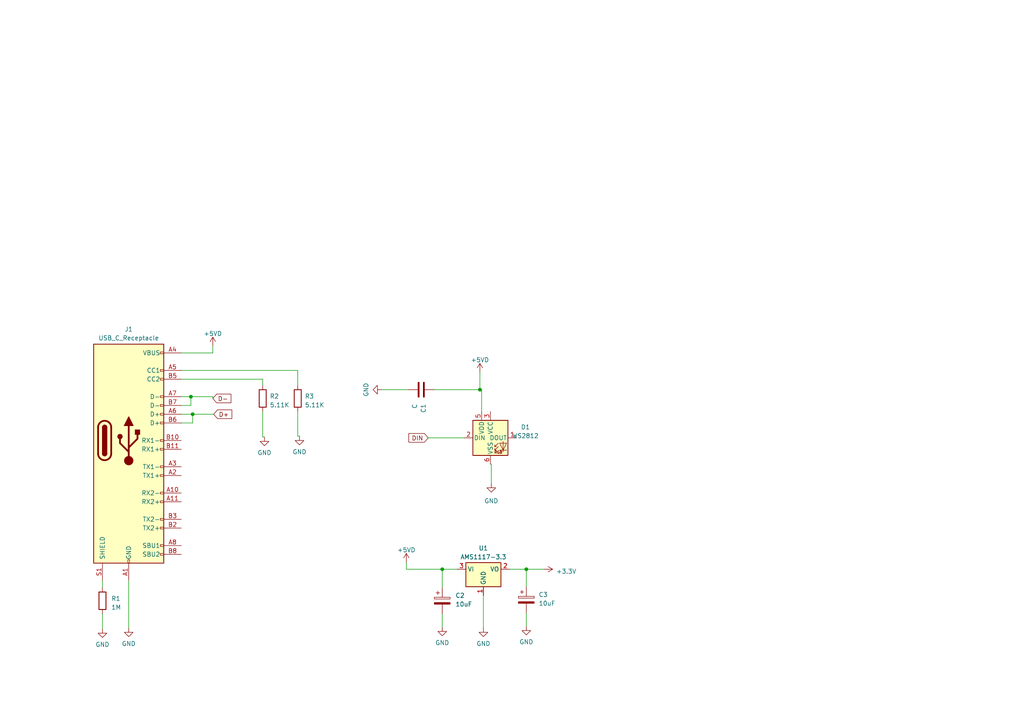
<source format=kicad_sch>
(kicad_sch (version 20230121) (generator eeschema)
  (paper "A4")
  (lib_symbols
    (symbol "Connector:USB_C_Receptacle" (pin_names (offset 1.016))
      (property "Reference" "J" (at -10.16 29.21 0))
      (property "Value" "USB_C_Receptacle" (at 10.16 29.21 0))
      (symbol "USB_C_Receptacle_0_0"
        (rectangle (start -0.254 -35.56) (end 0.254 -34.544))
        (rectangle (start 10.16 -32.766) (end 9.144 -33.274))
        (rectangle (start 10.16 -30.226) (end 9.144 -30.734))
        (rectangle (start 10.16 -25.146) (end 9.144 -25.654))
        (rectangle (start 10.16 -22.606) (end 9.144 -23.114))
        (rectangle (start 10.16 -17.526) (end 9.144 -18.034))
        (rectangle (start 10.16 -14.986) (end 9.144 -15.494))
        (rectangle (start 10.16 -9.906) (end 9.144 -10.414))
        (rectangle (start 10.16 -7.366) (end 9.144 -7.874))
        (rectangle (start 10.16 -2.286) (end 9.144 -2.794))
        (rectangle (start 10.16 0.254) (end 9.144 -0.254))
        (rectangle (start 10.16 5.334) (end 9.144 4.826))
        (rectangle (start 10.16 7.874) (end 9.144 7.366))
        (rectangle (start 10.16 10.414) (end 9.144 9.906))
        (rectangle (start 10.16 12.954) (end 9.144 12.446))
        (rectangle (start 10.16 18.034) (end 9.144 17.526))
        (rectangle (start 10.16 20.574) (end 9.144 20.066))
        (rectangle (start 10.16 25.654) (end 9.144 25.146))
      )
      (symbol "USB_C_Receptacle_0_1"
        (rectangle (start -10.16 27.94) (end 10.16 -35.56) (stroke (width 0.254)) (fill (type background)))
        (arc (start -8.89 -3.81) (mid -6.985 -5.7067) (end -5.08 -3.81) (stroke (width 0.508)))
        (arc (start -7.62 -3.81) (mid -6.985 -4.4423) (end -6.35 -3.81) (stroke (width 0.254)))
        (arc (start -7.62 -3.81) (mid -6.985 -4.4423) (end -6.35 -3.81) (stroke (width 0.254)) (fill (type outline)))
        (rectangle (start -7.62 -3.81) (end -6.35 3.81) (stroke (width 0.254)) (fill (type outline)))
        (arc (start -6.35 3.81) (mid -6.985 4.4423) (end -7.62 3.81) (stroke (width 0.254)))
        (arc (start -6.35 3.81) (mid -6.985 4.4423) (end -7.62 3.81) (stroke (width 0.254)) (fill (type outline)))
        (arc (start -5.08 3.81) (mid -6.985 5.7067) (end -8.89 3.81) (stroke (width 0.508)))
        (polyline (pts (xy -8.89 -3.81) (xy -8.89 3.81)) (stroke (width 0.508)))
        (polyline (pts (xy -5.08 3.81) (xy -5.08 -3.81)) (stroke (width 0.508)))
      )
      (symbol "USB_C_Receptacle_1_1"
        (circle (center -2.54 1.143) (radius 0.635) (stroke (width 0.254)) (fill (type outline)))
        (circle (center 0 -5.842) (radius 1.27) (fill (type outline)))
        (polyline (pts (xy 0 -5.842) (xy 0 4.318)) (stroke (width 0.508)))
        (polyline (pts (xy 0 -3.302) (xy -2.54 -0.762) (xy -2.54 0.508)) (stroke (width 0.508)))
        (polyline (pts (xy 0 -2.032) (xy 2.54 0.508) (xy 2.54 1.778)) (stroke (width 0.508)))
        (polyline (pts (xy -1.27 4.318) (xy 0 6.858) (xy 1.27 4.318) (xy -1.27 4.318)) (stroke (width 0.254)) (fill (type outline)))
        (rectangle (start 1.905 1.778) (end 3.175 3.048) (stroke (width 0.254)) (fill (type outline)))
        (pin passive line (at 0 -40.64 90) (length 5.08) (name "GND") (number "A1"))
        (pin bidirectional line (at 15.24 -15.24 180) (length 5.08) (name "RX2-") (number "A10"))
        (pin bidirectional line (at 15.24 -17.78 180) (length 5.08) (name "RX2+") (number "A11"))
        (pin passive line (at 0 -40.64 90) (length 5.08) hide (name "GND") (number "A12"))
        (pin bidirectional line (at 15.24 -10.16 180) (length 5.08) (name "TX1+") (number "A2"))
        (pin bidirectional line (at 15.24 -7.62 180) (length 5.08) (name "TX1-") (number "A3"))
        (pin passive line (at 15.24 25.4 180) (length 5.08) (name "VBUS") (number "A4"))
        (pin bidirectional line (at 15.24 20.32 180) (length 5.08) (name "CC1") (number "A5"))
        (pin bidirectional line (at 15.24 7.62 180) (length 5.08) (name "D+") (number "A6"))
        (pin bidirectional line (at 15.24 12.7 180) (length 5.08) (name "D-") (number "A7"))
        (pin bidirectional line (at 15.24 -30.48 180) (length 5.08) (name "SBU1") (number "A8"))
        (pin passive line (at 15.24 25.4 180) (length 5.08) hide (name "VBUS") (number "A9"))
        (pin passive line (at 0 -40.64 90) (length 5.08) hide (name "GND") (number "B1"))
        (pin bidirectional line (at 15.24 0 180) (length 5.08) (name "RX1-") (number "B10"))
        (pin bidirectional line (at 15.24 -2.54 180) (length 5.08) (name "RX1+") (number "B11"))
        (pin passive line (at 0 -40.64 90) (length 5.08) hide (name "GND") (number "B12"))
        (pin bidirectional line (at 15.24 -25.4 180) (length 5.08) (name "TX2+") (number "B2"))
        (pin bidirectional line (at 15.24 -22.86 180) (length 5.08) (name "TX2-") (number "B3"))
        (pin passive line (at 15.24 25.4 180) (length 5.08) hide (name "VBUS") (number "B4"))
        (pin bidirectional line (at 15.24 17.78 180) (length 5.08) (name "CC2") (number "B5"))
        (pin bidirectional line (at 15.24 5.08 180) (length 5.08) (name "D+") (number "B6"))
        (pin bidirectional line (at 15.24 10.16 180) (length 5.08) (name "D-") (number "B7"))
        (pin bidirectional line (at 15.24 -33.02 180) (length 5.08) (name "SBU2") (number "B8"))
        (pin passive line (at 15.24 25.4 180) (length 5.08) hide (name "VBUS") (number "B9"))
        (pin passive line (at -7.62 -40.64 90) (length 5.08) (name "SHIELD") (number "S1"))
      )
    )
    (symbol "Device:C" (pin_numbers hide) (pin_names (offset 0.254))
      (property "Reference" "C" (at 0.635 2.54 0))
      (property "Value" "C" (at 0.635 -2.54 0))
      (symbol "C_0_1"
        (polyline (pts (xy -2.032 -0.762) (xy 2.032 -0.762)) (stroke (width 0.508)))
        (polyline (pts (xy -2.032 0.762) (xy 2.032 0.762)) (stroke (width 0.508)))
      )
      (symbol "C_1_1"
        (pin passive line (at 0 3.81 270) (length 2.794) (name "~") (number "1"))
        (pin passive line (at 0 -3.81 90) (length 2.794) (name "~") (number "2"))
      )
    )
    (symbol "Device:C_Polarized" (pin_numbers hide) (pin_names (offset 0.254))
      (property "Reference" "C" (at 0.635 2.54 0))
      (property "Value" "C_Polarized" (at 0.635 -2.54 0))
      (symbol "C_Polarized_0_1"
        (rectangle (start -2.286 0.508) (end 2.286 1.016))
        (polyline (pts (xy -1.778 2.286) (xy -0.762 2.286)))
        (polyline (pts (xy -1.27 2.794) (xy -1.27 1.778)))
        (rectangle (start 2.286 -0.508) (end -2.286 -1.016) (fill (type outline)))
      )
      (symbol "C_Polarized_1_1"
        (pin passive line (at 0 3.81 270) (length 2.794) (name "~") (number "1"))
        (pin passive line (at 0 -3.81 90) (length 2.794) (name "~") (number "2"))
      )
    )
    (symbol "Device:R" (pin_numbers hide) (pin_names (offset 0))
      (property "Reference" "R" (at 2.032 0 90))
      (property "Value" "R" (at 0 0 90))
      (symbol "R_0_1"
        (rectangle (start -1.016 -2.54) (end 1.016 2.54) (stroke (width 0.254)))
      )
      (symbol "R_1_1"
        (pin passive line (at 0 3.81 270) (length 1.27) (name "~") (number "1"))
        (pin passive line (at 0 -3.81 90) (length 1.27) (name "~") (number "2"))
      )
    )
    (symbol "LED:WS2812" (pin_names (offset 0.254))
      (property "Reference" "D" (at 5.08 5.715 0))
      (property "Value" "WS2812" (at 1.27 -5.715 0))
      (symbol "WS2812_0_0"
        (text "RGB" (at 2.286 -4.191 0) (effects (font (size 0.762 0.762))))
      )
      (symbol "WS2812_0_1"
        (polyline (pts (xy 1.27 -3.556) (xy 1.778 -3.556)))
        (polyline (pts (xy 1.27 -2.54) (xy 1.778 -2.54)))
        (polyline (pts (xy 4.699 -3.556) (xy 2.667 -3.556)))
        (polyline (pts (xy 2.286 -2.54) (xy 1.27 -3.556) (xy 1.27 -3.048)))
        (polyline (pts (xy 2.286 -1.524) (xy 1.27 -2.54) (xy 1.27 -2.032)))
        (polyline (pts (xy 3.683 -1.016) (xy 3.683 -3.556) (xy 3.683 -4.064)))
        (polyline (pts (xy 4.699 -1.524) (xy 2.667 -1.524) (xy 3.683 -3.556) (xy 4.699 -1.524)))
        (rectangle (start 5.08 5.08) (end -5.08 -5.08) (stroke (width 0.254)) (fill (type background)))
      )
      (symbol "WS2812_1_1"
        (pin output line (at 7.62 0 180) (length 2.54) (name "DOUT") (number "1"))
        (pin input line (at -7.62 0 0) (length 2.54) (name "DIN") (number "2"))
        (pin power_in line (at 0 7.62 270) (length 2.54) (name "VCC") (number "3"))
        (pin no_connect line (at 5.08 2.54 180) (length 2.54) hide (name "NC") (number "4"))
        (pin power_in line (at -2.54 7.62 270) (length 2.54) (name "VDD") (number "5"))
        (pin power_in line (at 0 -7.62 90) (length 2.54) (name "VSS") (number "6"))
      )
    )
    (symbol "Regulator_Linear:AMS1117-3.3"
      (property "Reference" "U" (at -3.81 3.175 0))
      (property "Value" "AMS1117-3.3" (at 0 3.175 0))
      (symbol "AMS1117-3.3_0_1"
        (rectangle (start -5.08 -5.08) (end 5.08 1.905) (stroke (width 0.254)) (fill (type background)))
      )
      (symbol "AMS1117-3.3_1_1"
        (pin power_in line (at 0 -7.62 90) (length 2.54) (name "GND") (number "1"))
        (pin power_out line (at 7.62 0 180) (length 2.54) (name "VO") (number "2"))
        (pin power_in line (at -7.62 0 0) (length 2.54) (name "VI") (number "3"))
      )
    )
    (symbol "power:+3.3V" (power) (pin_names (offset 0))
      (property "Value" "+3.3V" (at 0 3.556 0))
      (symbol "+3.3V_0_1"
        (polyline (pts (xy -0.762 1.27) (xy 0 2.54)))
        (polyline (pts (xy 0 0) (xy 0 2.54)))
        (polyline (pts (xy 0 2.54) (xy 0.762 1.27)))
      )
      (symbol "+3.3V_1_1"
        (pin power_in line (at 0 0 90) (length 0) hide (name "+3.3V") (number "1"))
      )
    )
    (symbol "power:+5VD" (power) (pin_names (offset 0))
      (property "Value" "+5VD" (at 0 3.556 0))
      (symbol "+5VD_0_1"
        (polyline (pts (xy -0.762 1.27) (xy 0 2.54)))
        (polyline (pts (xy 0 0) (xy 0 2.54)))
        (polyline (pts (xy 0 2.54) (xy 0.762 1.27)))
      )
      (symbol "+5VD_1_1"
        (pin power_in line (at 0 0 90) (length 0) hide (name "+5VD") (number "1"))
      )
    )
    (symbol "power:GND" (power) (pin_names (offset 0))
      (property "Value" "GND" (at 0 -3.81 0))
      (symbol "GND_0_1"
        (polyline (pts (xy 0 0) (xy 0 -1.27) (xy 1.27 -1.27) (xy 0 -2.54) (xy -1.27 -1.27) (xy 0 -1.27)))
      )
      (symbol "GND_1_1"
        (pin power_in line (at 0 0 270) (length 0) hide (name "GND") (number "1"))
      )
    )
  )
  (junction (at 55.372 115.062))
  (junction (at 152.654 165.1))
  (junction (at 139.192 113.03))
  (junction (at 55.88 120.142))
  (junction (at 128.27 165.1))
  (wire (pts (xy 128.27 178.054) (xy 128.27 181.864)))
  (wire (pts (xy 29.718 168.402) (xy 29.718 170.434)))
  (wire (pts (xy 86.36 107.442) (xy 86.36 111.76)))
  (wire (pts (xy 147.828 165.1) (xy 152.654 165.1)))
  (wire (pts (xy 52.578 109.982) (xy 76.2 109.982)))
  (wire (pts (xy 61.722 102.362) (xy 61.722 100.33)))
  (wire (pts (xy 52.578 122.682) (xy 55.88 122.682)))
  (wire (pts (xy 86.36 126.492) (xy 86.868 126.492)))
  (wire (pts (xy 152.654 177.8) (xy 152.654 181.61)))
  (wire (pts (xy 55.88 120.142) (xy 61.976 120.142)))
  (wire (pts (xy 139.7 113.03) (xy 139.192 113.03)))
  (wire (pts (xy 152.654 165.1) (xy 157.734 165.1)))
  (wire (pts (xy 128.27 165.1) (xy 117.856 165.1)))
  (wire (pts (xy 76.2 109.982) (xy 76.2 111.76)))
  (wire (pts (xy 152.654 165.1) (xy 152.654 170.18)))
  (wire (pts (xy 139.192 113.03) (xy 139.192 107.95)))
  (wire (pts (xy 37.338 168.402) (xy 37.338 182.118)))
  (wire (pts (xy 132.588 165.1) (xy 128.27 165.1)))
  (wire (pts (xy 142.494 134.62) (xy 142.494 140.208)))
  (wire (pts (xy 139.7 119.38) (xy 139.7 113.03)))
  (wire (pts (xy 140.208 172.72) (xy 140.208 182.118)))
  (wire (pts (xy 52.578 117.602) (xy 55.372 117.602)))
  (wire (pts (xy 125.984 113.03) (xy 139.192 113.03)))
  (wire (pts (xy 128.27 165.1) (xy 128.27 170.434)))
  (wire (pts (xy 52.578 120.142) (xy 55.88 120.142)))
  (wire (pts (xy 55.372 117.602) (xy 55.372 115.062)))
  (wire (pts (xy 86.36 119.38) (xy 86.36 126.492)))
  (wire (pts (xy 118.364 113.03) (xy 110.744 113.03)))
  (wire (pts (xy 76.2 119.38) (xy 76.2 126.746)))
  (wire (pts (xy 55.88 122.682) (xy 55.88 120.142)))
  (wire (pts (xy 52.578 107.442) (xy 86.36 107.442)))
  (wire (pts (xy 61.722 115.062) (xy 61.722 115.57)))
  (wire (pts (xy 29.718 178.054) (xy 29.718 182.372)))
  (wire (pts (xy 52.578 102.362) (xy 61.722 102.362)))
  (wire (pts (xy 134.62 127) (xy 124.206 127)))
  (wire (pts (xy 55.372 115.062) (xy 61.722 115.062)))
  (wire (pts (xy 76.2 126.746) (xy 76.708 126.746)))
  (wire (pts (xy 52.578 115.062) (xy 55.372 115.062)))
  (wire (pts (xy 117.856 165.1) (xy 117.856 163.068)))
  (wire (pts (xy 142.24 134.62) (xy 142.494 134.62)))
  (global_label "D-" (shape input) (at 61.722 115.57 0) (property "Intersheetrefs" "${INTERSHEET_REFS}" (effects hide)))
  (global_label "DIN" (shape input) (at 124.206 127 180) (property "Intersheetrefs" "${INTERSHEET_REFS}" (effects hide)))
  (global_label "D+" (shape input) (at 61.976 120.142 0) (property "Intersheetrefs" "${INTERSHEET_REFS}" (effects hide)))
  (symbol (lib_id "LED:WS2812") (at 142.24 127 0) (unit 1)
    (property "Reference" "D1" (at 152.4 123.8759 0))
    (property "Value" "WS2812" (at 152.4 126.4159 0))
    (property "Footprint" "LED_SMD:LED_WS2812_PLCC6_5.0x5.0mm_P1.6mm" (effects hide))
    (property "Datasheet" "https://cdn-shop.adafruit.com/datasheets/WS2812.pdf" (effects hide))
  )
  (symbol (lib_id "power:+5VD") (at 117.856 163.068 0) (unit 1)
    (property "Reference" "#PWR07" (effects hide))
    (property "Value" "+5VD" (at 117.856 159.512 0))
  )
  (symbol (lib_id "power:+5VD") (at 139.192 107.95 0) (unit 1)
    (property "Reference" "#PWR09" (effects hide))
    (property "Value" "+5VD" (at 139.192 104.394 0))
  )
  (symbol (lib_id "power:+5VD") (at 61.722 100.33 0) (unit 1)
    (property "Reference" "#PWR03" (effects hide))
    (property "Value" "+5VD" (at 61.722 96.774 0))
  )
  (symbol (lib_id "power:GND") (at 152.654 181.61 0) (unit 1)
    (property "Reference" "#PWR012" (effects hide))
    (property "Value" "GND" (at 152.654 186.182 0))
  )
  (symbol (lib_id "power:GND") (at 142.494 140.208 0) (unit 1)
    (property "Reference" "#PWR011" (effects hide))
    (property "Value" "GND" (at 142.494 145.288 0))
  )
  (symbol (lib_id "Device:R") (at 86.36 115.57 0) (unit 1)
    (property "Reference" "R3" (at 88.392 114.935 0) (effects (justify left)))
    (property "Value" "5.11K" (at 88.392 117.475 0) (effects (justify left)))
  )
  (symbol (lib_id "power:GND") (at 110.744 113.03 270) (unit 1)
    (property "Reference" "#PWR06" (effects hide))
    (property "Value" "GND" (at 106.172 113.03 0))
  )
  (symbol (lib_id "power:GND") (at 37.338 182.118 0) (unit 1)
    (property "Reference" "#PWR02" (effects hide))
    (property "Value" "GND" (at 37.338 186.69 0))
  )
  (symbol (lib_id "power:GND") (at 29.718 182.372 0) (unit 1)
    (property "Reference" "#PWR01" (effects hide))
    (property "Value" "GND" (at 29.718 186.944 0))
  )
  (symbol (lib_id "Device:C_Polarized") (at 152.654 173.99 0) (unit 1)
    (property "Reference" "C3" (at 156.21 172.466 0) (effects (justify left)))
    (property "Value" "10uF" (at 156.21 175.006 0) (effects (justify left)))
  )
  (symbol (lib_id "Device:C_Polarized") (at 128.27 174.244 0) (unit 1)
    (property "Reference" "C2" (at 132.08 172.72 0) (effects (justify left)))
    (property "Value" "10uF" (at 132.08 175.26 0) (effects (justify left)))
  )
  (symbol (lib_id "power:GND") (at 140.208 182.118 0) (unit 1)
    (property "Reference" "#PWR010" (effects hide))
    (property "Value" "GND" (at 140.208 186.69 0))
  )
  (symbol (lib_id "power:GND") (at 86.868 126.492 0) (unit 1)
    (property "Reference" "#PWR05" (effects hide))
    (property "Value" "GND" (at 86.868 131.064 0))
  )
  (symbol (lib_id "power:GND") (at 128.27 181.864 0) (unit 1)
    (property "Reference" "#PWR08" (effects hide))
    (property "Value" "GND" (at 128.27 186.436 0))
  )
  (symbol (lib_id "power:GND") (at 76.708 126.746 0) (unit 1)
    (property "Reference" "#PWR04" (effects hide))
    (property "Value" "GND" (at 76.708 131.318 0))
  )
  (symbol (lib_id "Connector:USB_C_Receptacle") (at 37.338 127.762 0) (unit 1)
    (property "Reference" "J1" (at 37.338 95.504 0))
    (property "Value" "USB_C_Receptacle" (at 37.338 98.044 0))
    (property "Datasheet" "https://www.usb.org/sites/default/files/documents/usb_type-c.zip" (effects hide))
  )
  (symbol (lib_id "Regulator_Linear:AMS1117-3.3") (at 140.208 165.1 0) (unit 1)
    (property "Reference" "U1" (at 140.208 159.004 0))
    (property "Value" "AMS1117-3.3" (at 140.208 161.544 0))
    (property "Footprint" "Package_TO_SOT_SMD:SOT-223-3_TabPin2" (effects hide))
    (property "Datasheet" "http://www.advanced-monolithic.com/pdf/ds1117.pdf" (effects hide))
  )
  (symbol (lib_id "Device:C") (at 122.174 113.03 270) (unit 1)
    (property "Reference" "C1" (at 122.809 117.094 0) (effects (justify left)))
    (property "Value" "C" (at 120.269 117.094 0) (effects (justify left)))
  )
  (symbol (lib_id "Device:R") (at 76.2 115.57 0) (unit 1)
    (property "Reference" "R2" (at 78.232 114.935 0) (effects (justify left)))
    (property "Value" "5.11K" (at 78.232 117.475 0) (effects (justify left)))
  )
  (symbol (lib_id "Device:R") (at 29.718 174.244 0) (unit 1)
    (property "Reference" "R1" (at 32.258 173.609 0) (effects (justify left)))
    (property "Value" "1M" (at 32.258 176.149 0) (effects (justify left)))
  )
  (symbol (lib_id "power:+3.3V") (at 157.734 165.1 270) (unit 1)
    (property "Reference" "#PWR013" (effects hide))
    (property "Value" "+3.3V" (at 161.29 165.735 90) (effects (justify left)))
  )
)
</source>
